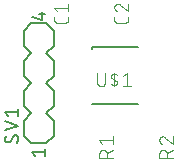
<source format=gbr>
G04 EAGLE Gerber RS-274X export*
G75*
%MOMM*%
%FSLAX34Y34*%
%LPD*%
%INSilkscreen Top*%
%IPPOS*%
%AMOC8*
5,1,8,0,0,1.08239X$1,22.5*%
G01*
%ADD10C,0.101600*%
%ADD11C,0.152400*%
%ADD12C,0.127000*%


D10*
X75692Y755001D02*
X75692Y752404D01*
X75690Y752305D01*
X75684Y752205D01*
X75675Y752106D01*
X75662Y752008D01*
X75645Y751910D01*
X75624Y751812D01*
X75599Y751716D01*
X75571Y751621D01*
X75539Y751527D01*
X75504Y751434D01*
X75465Y751342D01*
X75422Y751252D01*
X75377Y751164D01*
X75327Y751077D01*
X75275Y750993D01*
X75219Y750910D01*
X75161Y750830D01*
X75099Y750752D01*
X75034Y750677D01*
X74966Y750604D01*
X74896Y750534D01*
X74823Y750466D01*
X74748Y750401D01*
X74670Y750339D01*
X74590Y750281D01*
X74507Y750225D01*
X74423Y750173D01*
X74336Y750123D01*
X74248Y750078D01*
X74158Y750035D01*
X74066Y749996D01*
X73973Y749961D01*
X73879Y749929D01*
X73784Y749901D01*
X73688Y749876D01*
X73590Y749855D01*
X73492Y749838D01*
X73394Y749825D01*
X73295Y749816D01*
X73195Y749810D01*
X73096Y749808D01*
X66604Y749808D01*
X66505Y749810D01*
X66405Y749816D01*
X66306Y749825D01*
X66208Y749838D01*
X66110Y749856D01*
X66012Y749876D01*
X65916Y749901D01*
X65820Y749929D01*
X65726Y749961D01*
X65633Y749996D01*
X65542Y750035D01*
X65452Y750078D01*
X65363Y750123D01*
X65277Y750173D01*
X65192Y750225D01*
X65110Y750281D01*
X65030Y750340D01*
X64952Y750401D01*
X64876Y750466D01*
X64803Y750534D01*
X64733Y750604D01*
X64665Y750677D01*
X64600Y750753D01*
X64539Y750831D01*
X64480Y750911D01*
X64424Y750993D01*
X64372Y751078D01*
X64323Y751164D01*
X64277Y751253D01*
X64234Y751343D01*
X64195Y751434D01*
X64160Y751527D01*
X64128Y751621D01*
X64100Y751717D01*
X64075Y751813D01*
X64055Y751911D01*
X64037Y752009D01*
X64024Y752107D01*
X64015Y752206D01*
X64009Y752305D01*
X64007Y752405D01*
X64008Y752404D02*
X64008Y755001D01*
X66604Y759366D02*
X64008Y762612D01*
X75692Y762612D01*
X75692Y765857D02*
X75692Y759366D01*
X126492Y755001D02*
X126492Y752404D01*
X126490Y752305D01*
X126484Y752205D01*
X126475Y752106D01*
X126462Y752008D01*
X126445Y751910D01*
X126424Y751812D01*
X126399Y751716D01*
X126371Y751621D01*
X126339Y751527D01*
X126304Y751434D01*
X126265Y751342D01*
X126222Y751252D01*
X126177Y751164D01*
X126127Y751077D01*
X126075Y750993D01*
X126019Y750910D01*
X125961Y750830D01*
X125899Y750752D01*
X125834Y750677D01*
X125766Y750604D01*
X125696Y750534D01*
X125623Y750466D01*
X125548Y750401D01*
X125470Y750339D01*
X125390Y750281D01*
X125307Y750225D01*
X125223Y750173D01*
X125136Y750123D01*
X125048Y750078D01*
X124958Y750035D01*
X124866Y749996D01*
X124773Y749961D01*
X124679Y749929D01*
X124584Y749901D01*
X124488Y749876D01*
X124390Y749855D01*
X124292Y749838D01*
X124194Y749825D01*
X124095Y749816D01*
X123995Y749810D01*
X123896Y749808D01*
X117404Y749808D01*
X117305Y749810D01*
X117205Y749816D01*
X117106Y749825D01*
X117008Y749838D01*
X116910Y749856D01*
X116812Y749876D01*
X116716Y749901D01*
X116620Y749929D01*
X116526Y749961D01*
X116433Y749996D01*
X116342Y750035D01*
X116252Y750078D01*
X116163Y750123D01*
X116077Y750173D01*
X115992Y750225D01*
X115910Y750281D01*
X115830Y750340D01*
X115752Y750401D01*
X115676Y750466D01*
X115603Y750534D01*
X115533Y750604D01*
X115465Y750677D01*
X115400Y750753D01*
X115339Y750831D01*
X115280Y750911D01*
X115224Y750993D01*
X115172Y751078D01*
X115123Y751164D01*
X115077Y751253D01*
X115034Y751343D01*
X114995Y751434D01*
X114960Y751527D01*
X114928Y751621D01*
X114900Y751717D01*
X114875Y751813D01*
X114855Y751911D01*
X114837Y752009D01*
X114824Y752107D01*
X114815Y752206D01*
X114809Y752305D01*
X114807Y752405D01*
X114808Y752404D02*
X114808Y755001D01*
X114808Y762936D02*
X114810Y763043D01*
X114816Y763149D01*
X114826Y763255D01*
X114839Y763361D01*
X114857Y763467D01*
X114878Y763571D01*
X114903Y763675D01*
X114932Y763778D01*
X114964Y763879D01*
X115001Y763979D01*
X115041Y764078D01*
X115084Y764176D01*
X115131Y764272D01*
X115182Y764366D01*
X115236Y764458D01*
X115293Y764548D01*
X115353Y764636D01*
X115417Y764721D01*
X115484Y764804D01*
X115554Y764885D01*
X115626Y764963D01*
X115702Y765039D01*
X115780Y765111D01*
X115861Y765181D01*
X115944Y765248D01*
X116029Y765312D01*
X116117Y765372D01*
X116207Y765429D01*
X116299Y765483D01*
X116393Y765534D01*
X116489Y765581D01*
X116587Y765624D01*
X116686Y765664D01*
X116786Y765701D01*
X116887Y765733D01*
X116990Y765762D01*
X117094Y765787D01*
X117198Y765808D01*
X117304Y765826D01*
X117410Y765839D01*
X117516Y765849D01*
X117622Y765855D01*
X117729Y765857D01*
X114808Y762936D02*
X114810Y762815D01*
X114816Y762694D01*
X114826Y762574D01*
X114839Y762453D01*
X114857Y762334D01*
X114878Y762214D01*
X114903Y762096D01*
X114932Y761979D01*
X114965Y761862D01*
X115001Y761747D01*
X115042Y761633D01*
X115085Y761520D01*
X115133Y761408D01*
X115184Y761299D01*
X115239Y761191D01*
X115297Y761084D01*
X115358Y760980D01*
X115423Y760878D01*
X115491Y760778D01*
X115562Y760680D01*
X115636Y760584D01*
X115713Y760491D01*
X115794Y760401D01*
X115877Y760313D01*
X115963Y760228D01*
X116052Y760145D01*
X116143Y760066D01*
X116237Y759989D01*
X116333Y759916D01*
X116431Y759846D01*
X116532Y759779D01*
X116635Y759715D01*
X116740Y759655D01*
X116847Y759597D01*
X116955Y759544D01*
X117065Y759494D01*
X117177Y759448D01*
X117290Y759405D01*
X117405Y759366D01*
X120001Y764883D02*
X119923Y764962D01*
X119843Y765038D01*
X119760Y765111D01*
X119674Y765181D01*
X119587Y765248D01*
X119496Y765312D01*
X119404Y765372D01*
X119310Y765430D01*
X119213Y765484D01*
X119115Y765534D01*
X119015Y765581D01*
X118914Y765625D01*
X118811Y765665D01*
X118706Y765701D01*
X118601Y765733D01*
X118494Y765762D01*
X118387Y765787D01*
X118278Y765809D01*
X118169Y765826D01*
X118060Y765840D01*
X117950Y765849D01*
X117839Y765855D01*
X117729Y765857D01*
X120001Y764884D02*
X126492Y759366D01*
X126492Y765857D01*
X113792Y635695D02*
X102108Y635695D01*
X102108Y638940D01*
X102110Y639053D01*
X102116Y639166D01*
X102126Y639279D01*
X102140Y639392D01*
X102157Y639504D01*
X102179Y639615D01*
X102204Y639725D01*
X102234Y639835D01*
X102267Y639943D01*
X102304Y640050D01*
X102344Y640156D01*
X102389Y640260D01*
X102437Y640363D01*
X102488Y640464D01*
X102543Y640563D01*
X102601Y640660D01*
X102663Y640755D01*
X102728Y640848D01*
X102796Y640938D01*
X102867Y641026D01*
X102942Y641112D01*
X103019Y641195D01*
X103099Y641275D01*
X103182Y641352D01*
X103268Y641427D01*
X103356Y641498D01*
X103446Y641566D01*
X103539Y641631D01*
X103634Y641693D01*
X103731Y641751D01*
X103830Y641806D01*
X103931Y641857D01*
X104034Y641905D01*
X104138Y641950D01*
X104244Y641990D01*
X104351Y642027D01*
X104459Y642060D01*
X104569Y642090D01*
X104679Y642115D01*
X104790Y642137D01*
X104902Y642154D01*
X105015Y642168D01*
X105128Y642178D01*
X105241Y642184D01*
X105354Y642186D01*
X105467Y642184D01*
X105580Y642178D01*
X105693Y642168D01*
X105806Y642154D01*
X105918Y642137D01*
X106029Y642115D01*
X106139Y642090D01*
X106249Y642060D01*
X106357Y642027D01*
X106464Y641990D01*
X106570Y641950D01*
X106674Y641905D01*
X106777Y641857D01*
X106878Y641806D01*
X106977Y641751D01*
X107074Y641693D01*
X107169Y641631D01*
X107262Y641566D01*
X107352Y641498D01*
X107440Y641427D01*
X107526Y641352D01*
X107609Y641275D01*
X107689Y641195D01*
X107766Y641112D01*
X107841Y641026D01*
X107912Y640938D01*
X107980Y640848D01*
X108045Y640755D01*
X108107Y640660D01*
X108165Y640563D01*
X108220Y640464D01*
X108271Y640363D01*
X108319Y640260D01*
X108364Y640156D01*
X108404Y640050D01*
X108441Y639943D01*
X108474Y639835D01*
X108504Y639725D01*
X108529Y639615D01*
X108551Y639504D01*
X108568Y639392D01*
X108582Y639279D01*
X108592Y639166D01*
X108598Y639053D01*
X108600Y638940D01*
X108599Y638940D02*
X108599Y635695D01*
X108599Y639589D02*
X113792Y642186D01*
X104704Y647051D02*
X102108Y650296D01*
X113792Y650296D01*
X113792Y647051D02*
X113792Y653542D01*
X152908Y635695D02*
X164592Y635695D01*
X152908Y635695D02*
X152908Y638940D01*
X152910Y639053D01*
X152916Y639166D01*
X152926Y639279D01*
X152940Y639392D01*
X152957Y639504D01*
X152979Y639615D01*
X153004Y639725D01*
X153034Y639835D01*
X153067Y639943D01*
X153104Y640050D01*
X153144Y640156D01*
X153189Y640260D01*
X153237Y640363D01*
X153288Y640464D01*
X153343Y640563D01*
X153401Y640660D01*
X153463Y640755D01*
X153528Y640848D01*
X153596Y640938D01*
X153667Y641026D01*
X153742Y641112D01*
X153819Y641195D01*
X153899Y641275D01*
X153982Y641352D01*
X154068Y641427D01*
X154156Y641498D01*
X154246Y641566D01*
X154339Y641631D01*
X154434Y641693D01*
X154531Y641751D01*
X154630Y641806D01*
X154731Y641857D01*
X154834Y641905D01*
X154938Y641950D01*
X155044Y641990D01*
X155151Y642027D01*
X155259Y642060D01*
X155369Y642090D01*
X155479Y642115D01*
X155590Y642137D01*
X155702Y642154D01*
X155815Y642168D01*
X155928Y642178D01*
X156041Y642184D01*
X156154Y642186D01*
X156267Y642184D01*
X156380Y642178D01*
X156493Y642168D01*
X156606Y642154D01*
X156718Y642137D01*
X156829Y642115D01*
X156939Y642090D01*
X157049Y642060D01*
X157157Y642027D01*
X157264Y641990D01*
X157370Y641950D01*
X157474Y641905D01*
X157577Y641857D01*
X157678Y641806D01*
X157777Y641751D01*
X157874Y641693D01*
X157969Y641631D01*
X158062Y641566D01*
X158152Y641498D01*
X158240Y641427D01*
X158326Y641352D01*
X158409Y641275D01*
X158489Y641195D01*
X158566Y641112D01*
X158641Y641026D01*
X158712Y640938D01*
X158780Y640848D01*
X158845Y640755D01*
X158907Y640660D01*
X158965Y640563D01*
X159020Y640464D01*
X159071Y640363D01*
X159119Y640260D01*
X159164Y640156D01*
X159204Y640050D01*
X159241Y639943D01*
X159274Y639835D01*
X159304Y639725D01*
X159329Y639615D01*
X159351Y639504D01*
X159368Y639392D01*
X159382Y639279D01*
X159392Y639166D01*
X159398Y639053D01*
X159400Y638940D01*
X159399Y638940D02*
X159399Y635695D01*
X159399Y639589D02*
X164592Y642186D01*
X155829Y653542D02*
X155722Y653540D01*
X155616Y653534D01*
X155510Y653524D01*
X155404Y653511D01*
X155298Y653493D01*
X155194Y653472D01*
X155090Y653447D01*
X154987Y653418D01*
X154886Y653386D01*
X154786Y653349D01*
X154687Y653309D01*
X154589Y653266D01*
X154493Y653219D01*
X154399Y653168D01*
X154307Y653114D01*
X154217Y653057D01*
X154129Y652997D01*
X154044Y652933D01*
X153961Y652866D01*
X153880Y652796D01*
X153802Y652724D01*
X153726Y652648D01*
X153654Y652570D01*
X153584Y652489D01*
X153517Y652406D01*
X153453Y652321D01*
X153393Y652233D01*
X153336Y652143D01*
X153282Y652051D01*
X153231Y651957D01*
X153184Y651861D01*
X153141Y651763D01*
X153101Y651664D01*
X153064Y651564D01*
X153032Y651463D01*
X153003Y651360D01*
X152978Y651256D01*
X152957Y651152D01*
X152939Y651046D01*
X152926Y650940D01*
X152916Y650834D01*
X152910Y650728D01*
X152908Y650621D01*
X152910Y650500D01*
X152916Y650379D01*
X152926Y650259D01*
X152939Y650138D01*
X152957Y650019D01*
X152978Y649899D01*
X153003Y649781D01*
X153032Y649664D01*
X153065Y649547D01*
X153101Y649432D01*
X153142Y649318D01*
X153185Y649205D01*
X153233Y649093D01*
X153284Y648984D01*
X153339Y648876D01*
X153397Y648769D01*
X153458Y648665D01*
X153523Y648563D01*
X153591Y648463D01*
X153662Y648365D01*
X153736Y648269D01*
X153813Y648176D01*
X153894Y648086D01*
X153977Y647998D01*
X154063Y647913D01*
X154152Y647830D01*
X154243Y647751D01*
X154337Y647674D01*
X154433Y647601D01*
X154531Y647531D01*
X154632Y647464D01*
X154735Y647400D01*
X154840Y647340D01*
X154947Y647282D01*
X155055Y647229D01*
X155165Y647179D01*
X155277Y647133D01*
X155390Y647090D01*
X155505Y647051D01*
X158101Y652568D02*
X158023Y652647D01*
X157943Y652723D01*
X157860Y652796D01*
X157774Y652866D01*
X157687Y652933D01*
X157596Y652997D01*
X157504Y653057D01*
X157410Y653115D01*
X157313Y653169D01*
X157215Y653219D01*
X157115Y653266D01*
X157014Y653310D01*
X156911Y653350D01*
X156806Y653386D01*
X156701Y653418D01*
X156594Y653447D01*
X156487Y653472D01*
X156378Y653494D01*
X156269Y653511D01*
X156160Y653525D01*
X156050Y653534D01*
X155939Y653540D01*
X155829Y653542D01*
X158101Y652568D02*
X164592Y647051D01*
X164592Y653542D01*
D11*
X38100Y654050D02*
X38100Y666750D01*
X44450Y673100D01*
X57150Y673100D02*
X63500Y666750D01*
X44450Y673100D02*
X38100Y679450D01*
X38100Y692150D01*
X44450Y698500D01*
X57150Y698500D02*
X63500Y692150D01*
X63500Y679450D01*
X57150Y673100D01*
X57150Y647700D02*
X44450Y647700D01*
X38100Y654050D01*
X57150Y647700D02*
X63500Y654050D01*
X63500Y666750D01*
X44450Y698500D02*
X38100Y704850D01*
X38100Y717550D01*
X44450Y723900D01*
X57150Y723900D02*
X63500Y717550D01*
X63500Y704850D01*
X57150Y698500D01*
X38100Y730250D02*
X38100Y742950D01*
X44450Y749300D01*
X57150Y749300D01*
X63500Y742950D01*
X44450Y723900D02*
X38100Y730250D01*
X57150Y723900D02*
X63500Y730250D01*
X63500Y742950D01*
D12*
X45085Y640080D02*
X47625Y636905D01*
X45085Y640080D02*
X56515Y640080D01*
X56515Y636905D02*
X56515Y643255D01*
X53975Y752475D02*
X45085Y755015D01*
X53975Y752475D02*
X53975Y758825D01*
X51435Y756920D02*
X56515Y756920D01*
X31115Y654685D02*
X31215Y654683D01*
X31314Y654677D01*
X31414Y654667D01*
X31512Y654654D01*
X31611Y654636D01*
X31708Y654615D01*
X31804Y654590D01*
X31900Y654561D01*
X31994Y654528D01*
X32087Y654492D01*
X32178Y654452D01*
X32268Y654408D01*
X32356Y654361D01*
X32442Y654311D01*
X32526Y654257D01*
X32608Y654200D01*
X32687Y654140D01*
X32765Y654076D01*
X32839Y654010D01*
X32911Y653941D01*
X32980Y653869D01*
X33046Y653795D01*
X33110Y653717D01*
X33170Y653638D01*
X33227Y653556D01*
X33281Y653472D01*
X33331Y653386D01*
X33378Y653298D01*
X33422Y653208D01*
X33462Y653117D01*
X33498Y653024D01*
X33531Y652930D01*
X33560Y652834D01*
X33585Y652738D01*
X33606Y652641D01*
X33624Y652542D01*
X33637Y652444D01*
X33647Y652344D01*
X33653Y652245D01*
X33655Y652145D01*
X33653Y652004D01*
X33648Y651863D01*
X33638Y651722D01*
X33625Y651581D01*
X33609Y651441D01*
X33588Y651301D01*
X33564Y651162D01*
X33536Y651023D01*
X33505Y650886D01*
X33470Y650749D01*
X33432Y650613D01*
X33390Y650478D01*
X33344Y650345D01*
X33295Y650212D01*
X33242Y650081D01*
X33186Y649952D01*
X33127Y649823D01*
X33064Y649697D01*
X32998Y649572D01*
X32929Y649449D01*
X32856Y649328D01*
X32780Y649209D01*
X32701Y649091D01*
X32620Y648976D01*
X32535Y648864D01*
X32447Y648753D01*
X32356Y648645D01*
X32263Y648539D01*
X32166Y648436D01*
X32067Y648335D01*
X24765Y648653D02*
X24665Y648655D01*
X24566Y648661D01*
X24466Y648671D01*
X24368Y648684D01*
X24269Y648702D01*
X24172Y648723D01*
X24076Y648748D01*
X23980Y648777D01*
X23886Y648810D01*
X23793Y648846D01*
X23702Y648886D01*
X23612Y648930D01*
X23524Y648977D01*
X23438Y649027D01*
X23354Y649081D01*
X23272Y649138D01*
X23193Y649198D01*
X23115Y649262D01*
X23041Y649328D01*
X22969Y649397D01*
X22900Y649469D01*
X22834Y649543D01*
X22770Y649621D01*
X22710Y649700D01*
X22653Y649782D01*
X22599Y649866D01*
X22549Y649952D01*
X22502Y650040D01*
X22458Y650130D01*
X22418Y650221D01*
X22382Y650314D01*
X22349Y650408D01*
X22320Y650504D01*
X22295Y650600D01*
X22274Y650697D01*
X22256Y650796D01*
X22243Y650894D01*
X22233Y650994D01*
X22227Y651093D01*
X22225Y651193D01*
X22227Y651326D01*
X22232Y651459D01*
X22242Y651592D01*
X22255Y651725D01*
X22272Y651857D01*
X22292Y651989D01*
X22316Y652120D01*
X22344Y652250D01*
X22375Y652380D01*
X22410Y652508D01*
X22449Y652636D01*
X22491Y652762D01*
X22537Y652887D01*
X22586Y653011D01*
X22638Y653134D01*
X22694Y653255D01*
X22754Y653374D01*
X22816Y653492D01*
X22882Y653607D01*
X22951Y653721D01*
X23024Y653833D01*
X23099Y653943D01*
X23178Y654051D01*
X26988Y649922D02*
X26936Y649838D01*
X26881Y649755D01*
X26822Y649675D01*
X26761Y649597D01*
X26697Y649522D01*
X26629Y649449D01*
X26559Y649378D01*
X26487Y649311D01*
X26412Y649246D01*
X26334Y649184D01*
X26254Y649125D01*
X26172Y649069D01*
X26088Y649017D01*
X26002Y648968D01*
X25914Y648922D01*
X25824Y648879D01*
X25733Y648840D01*
X25640Y648805D01*
X25546Y648773D01*
X25451Y648745D01*
X25355Y648720D01*
X25258Y648700D01*
X25160Y648682D01*
X25062Y648669D01*
X24963Y648660D01*
X24864Y648654D01*
X24765Y648652D01*
X28892Y653415D02*
X28944Y653499D01*
X28999Y653582D01*
X29058Y653662D01*
X29119Y653740D01*
X29183Y653815D01*
X29251Y653888D01*
X29321Y653959D01*
X29393Y654026D01*
X29468Y654091D01*
X29546Y654153D01*
X29626Y654212D01*
X29708Y654268D01*
X29792Y654320D01*
X29878Y654369D01*
X29966Y654415D01*
X30056Y654458D01*
X30147Y654497D01*
X30240Y654532D01*
X30334Y654564D01*
X30429Y654592D01*
X30525Y654617D01*
X30622Y654637D01*
X30720Y654655D01*
X30818Y654668D01*
X30917Y654677D01*
X31016Y654683D01*
X31115Y654685D01*
X28893Y653415D02*
X26988Y649923D01*
X22225Y658749D02*
X33655Y662559D01*
X22225Y666369D01*
X24765Y670814D02*
X22225Y673989D01*
X33655Y673989D01*
X33655Y670814D02*
X33655Y677164D01*
X96000Y729500D02*
X134800Y729500D01*
X96000Y729500D02*
X96000Y727700D01*
X95700Y727700D01*
X96000Y680700D02*
X134800Y680700D01*
X96000Y680700D02*
X96000Y681400D01*
D10*
X100384Y699154D02*
X100384Y707592D01*
X100383Y699154D02*
X100385Y699041D01*
X100391Y698928D01*
X100401Y698815D01*
X100415Y698702D01*
X100432Y698590D01*
X100454Y698479D01*
X100479Y698369D01*
X100509Y698259D01*
X100542Y698151D01*
X100579Y698044D01*
X100619Y697938D01*
X100664Y697834D01*
X100712Y697731D01*
X100763Y697630D01*
X100818Y697531D01*
X100876Y697434D01*
X100938Y697339D01*
X101003Y697246D01*
X101071Y697156D01*
X101142Y697068D01*
X101217Y696982D01*
X101294Y696899D01*
X101374Y696819D01*
X101457Y696742D01*
X101543Y696667D01*
X101631Y696596D01*
X101721Y696528D01*
X101814Y696463D01*
X101909Y696401D01*
X102006Y696343D01*
X102105Y696288D01*
X102206Y696237D01*
X102309Y696189D01*
X102413Y696144D01*
X102519Y696104D01*
X102626Y696067D01*
X102734Y696034D01*
X102844Y696004D01*
X102954Y695979D01*
X103065Y695957D01*
X103177Y695940D01*
X103290Y695926D01*
X103403Y695916D01*
X103516Y695910D01*
X103629Y695908D01*
X103742Y695910D01*
X103855Y695916D01*
X103968Y695926D01*
X104081Y695940D01*
X104193Y695957D01*
X104304Y695979D01*
X104414Y696004D01*
X104524Y696034D01*
X104632Y696067D01*
X104739Y696104D01*
X104845Y696144D01*
X104949Y696189D01*
X105052Y696237D01*
X105153Y696288D01*
X105252Y696343D01*
X105349Y696401D01*
X105444Y696463D01*
X105537Y696528D01*
X105627Y696596D01*
X105715Y696667D01*
X105801Y696742D01*
X105884Y696819D01*
X105964Y696899D01*
X106041Y696982D01*
X106116Y697068D01*
X106187Y697156D01*
X106255Y697246D01*
X106320Y697339D01*
X106382Y697434D01*
X106440Y697531D01*
X106495Y697630D01*
X106546Y697731D01*
X106594Y697834D01*
X106639Y697938D01*
X106679Y698044D01*
X106716Y698151D01*
X106749Y698259D01*
X106779Y698369D01*
X106804Y698479D01*
X106826Y698590D01*
X106843Y698702D01*
X106857Y698815D01*
X106867Y698928D01*
X106873Y699041D01*
X106875Y699154D01*
X106875Y707592D01*
X114678Y707592D02*
X114678Y695908D01*
X114678Y701750D02*
X113056Y702724D01*
X113055Y702723D02*
X112982Y702770D01*
X112911Y702819D01*
X112841Y702872D01*
X112775Y702928D01*
X112711Y702987D01*
X112649Y703048D01*
X112591Y703112D01*
X112535Y703179D01*
X112483Y703248D01*
X112433Y703320D01*
X112387Y703394D01*
X112344Y703469D01*
X112305Y703547D01*
X112269Y703626D01*
X112237Y703707D01*
X112208Y703789D01*
X112183Y703872D01*
X112162Y703956D01*
X112145Y704041D01*
X112131Y704127D01*
X112122Y704213D01*
X112116Y704300D01*
X112114Y704387D01*
X112116Y704474D01*
X112122Y704561D01*
X112132Y704647D01*
X112145Y704733D01*
X112163Y704818D01*
X112184Y704902D01*
X112209Y704985D01*
X112238Y705068D01*
X112270Y705148D01*
X112306Y705227D01*
X112345Y705305D01*
X112388Y705380D01*
X112435Y705454D01*
X112484Y705525D01*
X112537Y705595D01*
X112592Y705661D01*
X112651Y705725D01*
X112712Y705787D01*
X112777Y705846D01*
X112843Y705901D01*
X112912Y705954D01*
X112984Y706004D01*
X113057Y706050D01*
X113133Y706093D01*
X113210Y706132D01*
X113289Y706168D01*
X113370Y706201D01*
X113452Y706229D01*
X113535Y706255D01*
X113619Y706276D01*
X113705Y706293D01*
X113705Y706294D02*
X113845Y706318D01*
X113987Y706338D01*
X114128Y706354D01*
X114270Y706365D01*
X114413Y706373D01*
X114555Y706377D01*
X114698Y706378D01*
X114841Y706374D01*
X114983Y706366D01*
X115125Y706354D01*
X115267Y706338D01*
X115408Y706319D01*
X115549Y706295D01*
X115689Y706268D01*
X115828Y706236D01*
X115966Y706201D01*
X116104Y706162D01*
X116240Y706119D01*
X116374Y706073D01*
X116508Y706022D01*
X116640Y705969D01*
X116770Y705911D01*
X116899Y705850D01*
X117026Y705785D01*
X117152Y705717D01*
X117275Y705645D01*
X114678Y701750D02*
X116301Y700776D01*
X116302Y700777D02*
X116375Y700730D01*
X116446Y700681D01*
X116516Y700628D01*
X116582Y700572D01*
X116646Y700513D01*
X116708Y700452D01*
X116766Y700388D01*
X116822Y700321D01*
X116874Y700252D01*
X116924Y700180D01*
X116970Y700106D01*
X117013Y700031D01*
X117052Y699953D01*
X117088Y699874D01*
X117120Y699793D01*
X117149Y699711D01*
X117174Y699628D01*
X117195Y699544D01*
X117212Y699459D01*
X117226Y699373D01*
X117235Y699287D01*
X117241Y699200D01*
X117243Y699113D01*
X117241Y699026D01*
X117235Y698939D01*
X117225Y698853D01*
X117212Y698767D01*
X117194Y698682D01*
X117173Y698598D01*
X117148Y698515D01*
X117119Y698432D01*
X117087Y698352D01*
X117051Y698273D01*
X117012Y698195D01*
X116969Y698120D01*
X116922Y698046D01*
X116873Y697975D01*
X116820Y697905D01*
X116765Y697839D01*
X116706Y697775D01*
X116645Y697713D01*
X116580Y697654D01*
X116514Y697599D01*
X116445Y697546D01*
X116373Y697496D01*
X116300Y697450D01*
X116224Y697407D01*
X116147Y697368D01*
X116068Y697332D01*
X115987Y697299D01*
X115905Y697271D01*
X115822Y697245D01*
X115738Y697224D01*
X115653Y697207D01*
X115652Y697206D02*
X115512Y697182D01*
X115370Y697162D01*
X115229Y697146D01*
X115087Y697135D01*
X114944Y697127D01*
X114802Y697123D01*
X114659Y697122D01*
X114516Y697126D01*
X114374Y697134D01*
X114232Y697146D01*
X114090Y697162D01*
X113949Y697181D01*
X113808Y697205D01*
X113668Y697232D01*
X113529Y697264D01*
X113391Y697299D01*
X113253Y697338D01*
X113117Y697381D01*
X112983Y697427D01*
X112849Y697478D01*
X112717Y697531D01*
X112587Y697589D01*
X112458Y697650D01*
X112331Y697715D01*
X112205Y697783D01*
X112082Y697855D01*
X122101Y704996D02*
X125346Y707592D01*
X125346Y695908D01*
X122101Y695908D02*
X128592Y695908D01*
M02*

</source>
